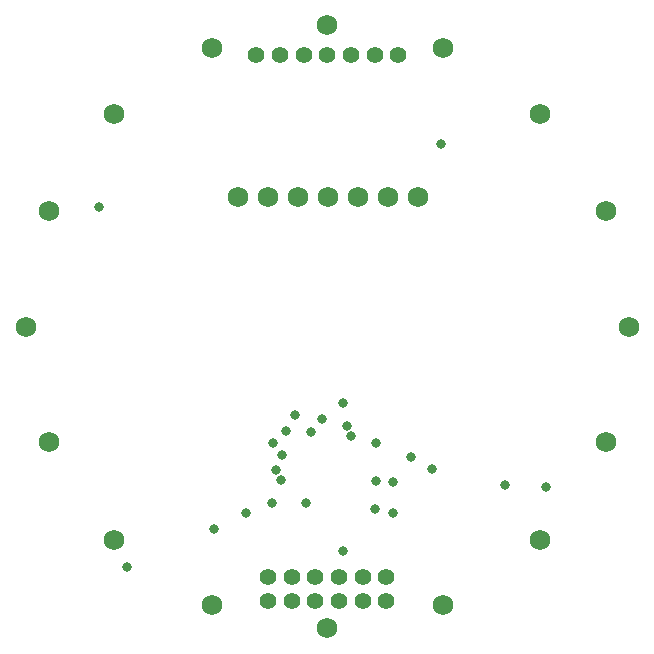
<source format=gbs>
%FSLAX24Y24*%
%MOIN*%
G70*
G01*
G75*
G04 Layer_Color=16711935*
%ADD10R,0.0276X0.0354*%
%ADD11P,0.0445X4X112.5*%
%ADD12R,0.0354X0.0315*%
%ADD13R,0.0315X0.0354*%
%ADD14R,0.0354X0.0276*%
%ADD15P,0.0445X4X67.5*%
%ADD16P,0.0445X4X382.5*%
%ADD17P,0.0445X4X157.5*%
%ADD18R,0.0250X0.0098*%
%ADD19C,0.0079*%
%ADD20C,0.0004*%
%ADD21C,0.0472*%
%ADD22C,0.0600*%
%ADD23C,0.0236*%
%ADD24R,0.0356X0.0434*%
%ADD25P,0.0559X4X112.5*%
%ADD26R,0.0434X0.0395*%
%ADD27R,0.0395X0.0434*%
%ADD28R,0.0434X0.0356*%
%ADD29P,0.0559X4X67.5*%
%ADD30P,0.0559X4X382.5*%
%ADD31P,0.0559X4X157.5*%
%ADD32R,0.0330X0.0178*%
%ADD33C,0.0552*%
%ADD34C,0.0680*%
%ADD35C,0.0316*%
D33*
X-1969Y-9144D02*
D03*
X-1181D02*
D03*
X-394D02*
D03*
X394D02*
D03*
X1181D02*
D03*
X1969D02*
D03*
Y-8356D02*
D03*
X1181D02*
D03*
X394D02*
D03*
X-394D02*
D03*
X-1181D02*
D03*
X-1969D02*
D03*
X-2362Y9050D02*
D03*
X-1575D02*
D03*
X-787D02*
D03*
X0D02*
D03*
X787D02*
D03*
X1575D02*
D03*
X2362D02*
D03*
D34*
X3008Y4331D02*
D03*
X2008D02*
D03*
X1008D02*
D03*
X8Y4331D02*
D03*
X-992D02*
D03*
X-1992Y4331D02*
D03*
X-2992Y4331D02*
D03*
X9285Y3846D02*
D03*
X10050Y0D02*
D03*
X9285Y-3846D02*
D03*
X7106Y-7106D02*
D03*
X3846Y-9285D02*
D03*
X0Y-10050D02*
D03*
X-3846Y-9285D02*
D03*
X-7106Y-7106D02*
D03*
X-9285Y-3846D02*
D03*
X-10050Y0D02*
D03*
X-9285Y3846D02*
D03*
X-7106Y7106D02*
D03*
X-3846Y9285D02*
D03*
X0Y10050D02*
D03*
X3846Y9285D02*
D03*
X7106Y7106D02*
D03*
D35*
X512Y-2559D02*
D03*
X-7598Y3976D02*
D03*
X1633Y-5128D02*
D03*
X-170Y-3060D02*
D03*
X-2710Y-6210D02*
D03*
X-720Y-5890D02*
D03*
X-1540Y-5100D02*
D03*
X-1710Y-4790D02*
D03*
X-1810Y-3881D02*
D03*
X-1370Y-3460D02*
D03*
X-1090Y-2930D02*
D03*
X1640Y-3878D02*
D03*
X2780Y-4350D02*
D03*
X3500Y-4740D02*
D03*
X2188Y-5190D02*
D03*
X664Y-3300D02*
D03*
X-6670Y-8020D02*
D03*
X7290Y-5330D02*
D03*
X2200Y-6200D02*
D03*
X5940Y-5280D02*
D03*
X1580Y-6070D02*
D03*
X510Y-7470D02*
D03*
X780Y-3650D02*
D03*
X-540Y-3520D02*
D03*
X-3760Y-6730D02*
D03*
X-1851Y-5881D02*
D03*
X3777Y6100D02*
D03*
X-1520Y-4270D02*
D03*
M02*

</source>
